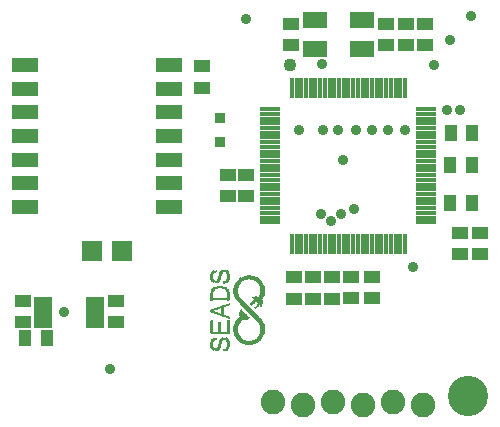
<source format=gts>
G75*
%MOIN*%
%OFA0B0*%
%FSLAX24Y24*%
%IPPOS*%
%LPD*%
%AMOC8*
5,1,8,0,0,1.08239X$1,22.5*
%
%ADD10C,0.1340*%
%ADD11R,0.0011X0.0069*%
%ADD12R,0.0011X0.0080*%
%ADD13R,0.0011X0.0218*%
%ADD14R,0.0011X0.0310*%
%ADD15R,0.0011X0.0380*%
%ADD16R,0.0012X0.0425*%
%ADD17R,0.0011X0.0471*%
%ADD18R,0.0011X0.0517*%
%ADD19R,0.0011X0.0092*%
%ADD20R,0.0011X0.0563*%
%ADD21R,0.0011X0.0161*%
%ADD22R,0.0011X0.0586*%
%ADD23R,0.0011X0.0782*%
%ADD24R,0.0012X0.0816*%
%ADD25R,0.0011X0.0655*%
%ADD26R,0.0011X0.0851*%
%ADD27R,0.0011X0.0678*%
%ADD28R,0.0011X0.0862*%
%ADD29R,0.0011X0.0288*%
%ADD30R,0.0011X0.0448*%
%ADD31R,0.0011X0.0241*%
%ADD32R,0.0011X0.0253*%
%ADD33R,0.0011X0.0391*%
%ADD34R,0.0012X0.0230*%
%ADD35R,0.0012X0.0345*%
%ADD36R,0.0011X0.0207*%
%ADD37R,0.0011X0.0207*%
%ADD38R,0.0011X0.0299*%
%ADD39R,0.0011X0.0195*%
%ADD40R,0.0011X0.0184*%
%ADD41R,0.0012X0.0173*%
%ADD42R,0.0012X0.0195*%
%ADD43R,0.0012X0.0322*%
%ADD44R,0.0012X0.0184*%
%ADD45R,0.0011X0.0173*%
%ADD46R,0.0011X0.0230*%
%ADD47R,0.0011X0.0184*%
%ADD48R,0.0011X0.0092*%
%ADD49R,0.0012X0.0161*%
%ADD50R,0.0012X0.0092*%
%ADD51R,0.0011X0.0149*%
%ADD52R,0.0011X0.0150*%
%ADD53R,0.0011X0.0069*%
%ADD54R,0.0011X0.0046*%
%ADD55R,0.0012X0.0149*%
%ADD56R,0.0012X0.0023*%
%ADD57R,0.0012X0.0138*%
%ADD58R,0.0011X0.0138*%
%ADD59R,0.0011X0.0103*%
%ADD60R,0.0011X0.0057*%
%ADD61R,0.0011X0.0035*%
%ADD62R,0.0012X0.0103*%
%ADD63R,0.0012X0.0011*%
%ADD64R,0.0012X0.0127*%
%ADD65R,0.0012X0.0057*%
%ADD66R,0.0011X0.0127*%
%ADD67R,0.0011X0.0011*%
%ADD68R,0.0011X0.0023*%
%ADD69R,0.0012X0.0092*%
%ADD70R,0.0011X0.0115*%
%ADD71R,0.0011X0.0126*%
%ADD72R,0.0012X0.0126*%
%ADD73R,0.0011X0.0265*%
%ADD74R,0.0012X0.0150*%
%ADD75R,0.0012X0.0276*%
%ADD76R,0.0011X0.0322*%
%ADD77R,0.0011X0.0345*%
%ADD78R,0.0011X0.0368*%
%ADD79R,0.0012X0.0368*%
%ADD80R,0.0011X0.0379*%
%ADD81R,0.0012X0.0207*%
%ADD82R,0.0012X0.0207*%
%ADD83R,0.0012X0.0678*%
%ADD84R,0.0011X0.0621*%
%ADD85R,0.0011X0.0552*%
%ADD86R,0.0011X0.0552*%
%ADD87R,0.0012X0.0517*%
%ADD88R,0.0011X0.0425*%
%ADD89R,0.0012X0.0218*%
%ADD90R,0.0011X0.0437*%
%ADD91R,0.0012X0.0437*%
%ADD92R,0.0012X0.0080*%
%ADD93R,0.0012X0.0333*%
%ADD94R,0.0011X0.0356*%
%ADD95R,0.0011X0.0403*%
%ADD96R,0.0012X0.0115*%
%ADD97R,0.0012X0.0069*%
%ADD98R,0.0012X0.0391*%
%ADD99R,0.0011X0.0264*%
%ADD100R,0.0012X0.0288*%
%ADD101R,0.0012X0.0403*%
%ADD102R,0.0011X0.0299*%
%ADD103R,0.0011X0.0276*%
%ADD104R,0.0012X0.0069*%
%ADD105R,0.0011X0.0414*%
%ADD106R,0.0011X0.0333*%
%ADD107R,0.0011X0.0322*%
%ADD108R,0.0170X0.0660*%
%ADD109R,0.0660X0.0170*%
%ADD110R,0.0552X0.0395*%
%ADD111R,0.0395X0.0552*%
%ADD112C,0.0820*%
%ADD113C,0.0434*%
%ADD114C,0.0356*%
%ADD115R,0.0789X0.0552*%
%ADD116R,0.0620X0.0260*%
%ADD117R,0.0867X0.0474*%
%ADD118C,0.0360*%
%ADD119R,0.0671X0.0671*%
%ADD120R,0.0360X0.0360*%
D10*
X017272Y001341D03*
D11*
X010518Y003549D03*
X009138Y002859D03*
X008873Y003227D03*
X008839Y004124D03*
X008827Y004216D03*
X008896Y004239D03*
X008931Y004250D03*
X008965Y004262D03*
X009138Y005124D03*
X009172Y005124D03*
D12*
X009161Y005118D03*
X009184Y005130D03*
X009195Y005130D03*
X009138Y004946D03*
X009126Y004946D03*
X009103Y004957D03*
X009080Y004957D03*
X009069Y004957D03*
X009057Y004957D03*
X009046Y004957D03*
X009023Y004957D03*
X009011Y004957D03*
X009000Y004957D03*
X008988Y004957D03*
X008965Y004957D03*
X008954Y004957D03*
X008908Y004946D03*
X008885Y004934D03*
X008885Y005141D03*
X008896Y005141D03*
X008873Y005141D03*
X008850Y005153D03*
X008839Y005153D03*
X008827Y005475D03*
X008850Y005486D03*
X008873Y005486D03*
X008885Y005486D03*
X009126Y005498D03*
X009138Y005498D03*
X009195Y005498D03*
X009218Y005498D03*
X009172Y004934D03*
X009161Y004934D03*
X009195Y004923D03*
X009195Y004555D03*
X009184Y004555D03*
X009172Y004555D03*
X009161Y004555D03*
X009138Y004555D03*
X009126Y004555D03*
X009115Y004555D03*
X009103Y004555D03*
X009080Y004555D03*
X009069Y004555D03*
X009057Y004555D03*
X009046Y004555D03*
X009023Y004555D03*
X009011Y004555D03*
X009000Y004555D03*
X008988Y004555D03*
X008965Y004555D03*
X008954Y004555D03*
X008942Y004555D03*
X008931Y004555D03*
X008908Y004555D03*
X008896Y004555D03*
X008885Y004555D03*
X008873Y004555D03*
X008850Y004555D03*
X008839Y004555D03*
X008827Y004555D03*
X008816Y004555D03*
X008908Y004244D03*
X008885Y004233D03*
X008873Y004233D03*
X008850Y004221D03*
X008839Y004221D03*
X008827Y004129D03*
X008850Y004118D03*
X008873Y004106D03*
X008885Y004106D03*
X008896Y004106D03*
X008908Y004095D03*
X008931Y004095D03*
X008942Y004083D03*
X008954Y004083D03*
X008965Y004083D03*
X008988Y004072D03*
X009000Y004060D03*
X009011Y004060D03*
X009023Y004060D03*
X009046Y004049D03*
X009057Y004049D03*
X009069Y004037D03*
X009080Y004037D03*
X009172Y004003D03*
X009184Y004003D03*
X009195Y003991D03*
X009218Y003991D03*
X009230Y003980D03*
X009241Y003980D03*
X009276Y003968D03*
X009299Y003957D03*
X009310Y003957D03*
X009333Y003945D03*
X009161Y004325D03*
X009172Y004336D03*
X009184Y004336D03*
X009195Y004336D03*
X009218Y004348D03*
X009241Y004359D03*
X009253Y004359D03*
X009276Y004371D03*
X009287Y004371D03*
X009310Y004382D03*
X009253Y004555D03*
X009241Y004555D03*
X009230Y004555D03*
X009218Y004555D03*
X009080Y004302D03*
X009069Y004302D03*
X009057Y004290D03*
X009046Y004290D03*
X009023Y004279D03*
X009011Y004279D03*
X009000Y004279D03*
X008988Y004267D03*
X008954Y004256D03*
X008942Y004256D03*
X008724Y004175D03*
X008816Y003451D03*
X008827Y003451D03*
X008839Y003451D03*
X008850Y003451D03*
X008873Y003451D03*
X008885Y003451D03*
X008896Y003451D03*
X008908Y003451D03*
X008931Y003451D03*
X008942Y003451D03*
X008954Y003451D03*
X008965Y003451D03*
X009069Y003451D03*
X009080Y003451D03*
X009103Y003451D03*
X009115Y003451D03*
X009126Y003451D03*
X009138Y003451D03*
X009161Y003451D03*
X009172Y003451D03*
X009184Y003451D03*
X009195Y003451D03*
X009218Y003451D03*
X009230Y003451D03*
X009241Y003451D03*
X009253Y003451D03*
X009195Y003244D03*
X009184Y003244D03*
X009172Y003244D03*
X009161Y003244D03*
X009218Y003232D03*
X008896Y003232D03*
X008885Y003232D03*
X008850Y003221D03*
X008850Y002887D03*
X008839Y002887D03*
X008873Y002887D03*
X009161Y002864D03*
X009172Y002864D03*
X009184Y002864D03*
X009195Y002864D03*
X009218Y002876D03*
X009966Y003934D03*
X010081Y004417D03*
X010161Y004589D03*
X010518Y004842D03*
D13*
X010506Y004842D03*
X010345Y005118D03*
X010276Y004543D03*
X009655Y004566D03*
X009655Y005118D03*
X009333Y005314D03*
X008988Y005245D03*
X009851Y003980D03*
X009655Y003830D03*
X009655Y003278D03*
X008988Y002979D03*
X010345Y003278D03*
X010506Y003554D03*
X010345Y003830D03*
D14*
X010495Y003554D03*
X010311Y004486D03*
X010345Y004520D03*
X010495Y004842D03*
X009506Y004842D03*
X009310Y005314D03*
X008758Y005314D03*
D15*
X008770Y004704D03*
X009299Y004704D03*
X010483Y004842D03*
X010483Y003554D03*
D16*
X010472Y003554D03*
X010472Y004842D03*
D17*
X010460Y004842D03*
X009540Y004842D03*
X009540Y003554D03*
X010460Y003554D03*
D18*
X010449Y003554D03*
X010449Y004842D03*
D19*
X010449Y004457D03*
X010288Y004354D03*
X010276Y004342D03*
X010265Y004331D03*
X010230Y004296D03*
X010219Y004285D03*
X009333Y004388D03*
X009230Y004354D03*
X009161Y004009D03*
X008735Y004170D03*
X008850Y004917D03*
X008873Y004929D03*
X008908Y005147D03*
X008827Y005159D03*
X008839Y005481D03*
X009115Y005492D03*
X009161Y005504D03*
X009172Y005504D03*
X009184Y005504D03*
X009230Y005492D03*
X009241Y005481D03*
X009230Y005147D03*
X009218Y005136D03*
X009184Y004929D03*
X009218Y004906D03*
X009138Y003238D03*
X009126Y003238D03*
X008816Y003204D03*
X008816Y002905D03*
X008827Y002893D03*
X008931Y002893D03*
D20*
X010437Y003554D03*
X010437Y004842D03*
D21*
X010207Y004561D03*
X010437Y004457D03*
X009908Y003951D03*
X009736Y003192D03*
X009747Y003181D03*
X009759Y003169D03*
X009770Y003169D03*
X010219Y003158D03*
X010230Y003169D03*
X010253Y003181D03*
X010265Y003192D03*
X009276Y003169D03*
X009276Y002939D03*
X008816Y004170D03*
X009276Y005205D03*
X009736Y005205D03*
X009747Y005216D03*
X009759Y005216D03*
X009770Y005228D03*
X009793Y005239D03*
X010230Y005228D03*
X010253Y005216D03*
X010265Y005205D03*
D22*
X009575Y004842D03*
X009575Y003554D03*
X010414Y003554D03*
X010426Y003554D03*
D23*
X010426Y004745D03*
D24*
X010414Y004739D03*
D25*
X009598Y004842D03*
X009598Y003554D03*
X010403Y003554D03*
D26*
X010403Y004745D03*
D27*
X010391Y003554D03*
D28*
X010391Y004750D03*
D29*
X010380Y005049D03*
X009621Y004635D03*
X010380Y003761D03*
X010380Y003347D03*
X009621Y003347D03*
X009023Y003060D03*
X009011Y003037D03*
D30*
X010380Y004555D03*
D31*
X009816Y004003D03*
X010368Y003313D03*
X008735Y005314D03*
D32*
X009000Y005274D03*
X009632Y005078D03*
X009632Y004607D03*
X009805Y004009D03*
X009632Y003790D03*
X009632Y003319D03*
X009000Y003008D03*
X008735Y003054D03*
X010368Y003790D03*
X010368Y005078D03*
D33*
X010368Y004538D03*
X009287Y004710D03*
X008781Y004710D03*
X009138Y004170D03*
D34*
X009839Y003986D03*
X010357Y003813D03*
X010357Y003296D03*
X010357Y005101D03*
D35*
X010357Y004526D03*
X009092Y004170D03*
X008747Y004687D03*
D36*
X010334Y005136D03*
X010334Y003261D03*
D37*
X010334Y003848D03*
X009862Y003974D03*
X009678Y003859D03*
X010265Y004549D03*
D38*
X010322Y004492D03*
X010334Y004503D03*
X009770Y004020D03*
X009621Y003756D03*
X009506Y003549D03*
X009333Y004664D03*
X009621Y005044D03*
D39*
X009678Y005153D03*
X009678Y004532D03*
X009690Y004520D03*
X009805Y004394D03*
X009816Y004382D03*
X009828Y004371D03*
X009851Y004348D03*
X009862Y004336D03*
X009874Y004325D03*
X009885Y004313D03*
X009908Y004290D03*
X009920Y004279D03*
X009931Y004267D03*
X009943Y004256D03*
X009966Y004233D03*
X009977Y004221D03*
X009989Y004210D03*
X010000Y004198D03*
X010023Y004175D03*
X010035Y004164D03*
X010046Y004152D03*
X010058Y004141D03*
X010081Y004118D03*
X009874Y003968D03*
X009690Y003876D03*
X010311Y003876D03*
X010322Y003865D03*
X010322Y003244D03*
X010311Y003232D03*
X009690Y003232D03*
X009678Y003244D03*
X008724Y003048D03*
X010253Y004555D03*
X010322Y005153D03*
X008724Y005314D03*
D40*
X009690Y005159D03*
X009701Y005170D03*
X010311Y005159D03*
X010173Y004538D03*
X009793Y004411D03*
X009770Y004434D03*
X009759Y004446D03*
X009736Y004469D03*
X009713Y004492D03*
X009701Y004503D03*
X010092Y004101D03*
X010104Y004089D03*
X010115Y004078D03*
X010150Y004043D03*
X010161Y004032D03*
X010173Y004020D03*
X010207Y003986D03*
X010219Y003974D03*
X010230Y003963D03*
X010265Y003928D03*
X010276Y003917D03*
X010288Y003905D03*
X009885Y003963D03*
X009069Y003169D03*
D41*
X009724Y003198D03*
X010299Y003221D03*
X009897Y003957D03*
X010184Y004543D03*
D42*
X009897Y004302D03*
X009954Y004244D03*
X010012Y004187D03*
X010069Y004129D03*
X010299Y003888D03*
X009839Y004359D03*
D43*
X010299Y004480D03*
D44*
X010242Y004561D03*
X009782Y004423D03*
X009724Y004480D03*
X010127Y004066D03*
X010184Y004009D03*
X010242Y003951D03*
X008977Y002951D03*
X008977Y005216D03*
X010299Y005170D03*
D45*
X010288Y005187D03*
X010276Y005199D03*
X009713Y005187D03*
X009276Y005429D03*
X009069Y005429D03*
X010196Y004555D03*
X010230Y004566D03*
X010288Y003209D03*
X010276Y003198D03*
X009713Y003209D03*
X009701Y003221D03*
D46*
X009644Y003296D03*
X009333Y003054D03*
X009057Y003135D03*
X009644Y003813D03*
X009828Y003997D03*
X009644Y004584D03*
X010288Y004538D03*
X009644Y005101D03*
X009057Y005400D03*
D47*
X009747Y004457D03*
X010138Y004055D03*
X010196Y003997D03*
X010253Y003940D03*
D48*
X010253Y004319D03*
X009299Y004377D03*
X009253Y003974D03*
X009287Y003963D03*
X009230Y003227D03*
X009115Y003227D03*
X008839Y003215D03*
X008827Y003215D03*
X008885Y002882D03*
X008896Y002882D03*
X008908Y002882D03*
X009230Y002882D03*
X009115Y004952D03*
X008942Y004952D03*
X008931Y004952D03*
X008896Y004940D03*
X008816Y005170D03*
X008816Y005469D03*
D49*
X009264Y004848D03*
X009724Y005193D03*
X010242Y005216D03*
X010242Y003169D03*
D50*
X009207Y002870D03*
X010242Y004308D03*
X009264Y004365D03*
D51*
X010219Y004566D03*
X010173Y005256D03*
X009828Y005256D03*
X009345Y005314D03*
X009816Y003140D03*
X009851Y003129D03*
D52*
X009805Y003152D03*
X009793Y003152D03*
X010196Y003152D03*
X010207Y003152D03*
X009345Y003048D03*
X008965Y002933D03*
X008965Y005187D03*
X009805Y005245D03*
X010196Y005245D03*
X010207Y005245D03*
X010219Y005233D03*
D53*
X010207Y004285D03*
X008896Y005492D03*
D54*
X010196Y004285D03*
X009989Y003928D03*
D55*
X010184Y003140D03*
X008804Y004175D03*
D56*
X010184Y004285D03*
D57*
X010184Y005251D03*
X010127Y005274D03*
X010069Y005285D03*
X009839Y005262D03*
X009839Y003135D03*
X009897Y003112D03*
X009954Y003100D03*
X010012Y003100D03*
X010127Y003123D03*
D58*
X010138Y003123D03*
X010150Y003123D03*
X010161Y003135D03*
X010173Y003135D03*
X010115Y003112D03*
X010104Y003112D03*
X010092Y003112D03*
X010081Y003112D03*
X010046Y003100D03*
X010035Y003100D03*
X010023Y003100D03*
X010000Y003100D03*
X009989Y003100D03*
X009977Y003100D03*
X009966Y003100D03*
X009920Y003112D03*
X009908Y003112D03*
X009885Y003112D03*
X009874Y003123D03*
X009862Y003123D03*
X009828Y003135D03*
X009080Y003192D03*
X009920Y003951D03*
X009690Y004066D03*
X008793Y004170D03*
X008781Y004170D03*
X009816Y005251D03*
X009851Y005262D03*
X009862Y005274D03*
X009874Y005274D03*
X009885Y005274D03*
X009908Y005285D03*
X009920Y005285D03*
X009931Y005285D03*
X009943Y005285D03*
X010058Y005285D03*
X010081Y005285D03*
X010092Y005285D03*
X010104Y005285D03*
X010115Y005274D03*
X010138Y005274D03*
X010150Y005262D03*
X010161Y005262D03*
X009080Y005458D03*
D59*
X009103Y005486D03*
X009253Y005475D03*
X009253Y005164D03*
X009241Y005153D03*
X008942Y005164D03*
X008931Y005153D03*
X008793Y005187D03*
X008839Y004911D03*
X008827Y004900D03*
X009230Y004900D03*
X009241Y004888D03*
X010092Y004417D03*
X010104Y004428D03*
X010115Y004440D03*
X010138Y004463D03*
X010150Y004474D03*
X010161Y004486D03*
X009241Y003221D03*
X009253Y003209D03*
X009103Y003221D03*
X009253Y002899D03*
X009241Y002887D03*
X008942Y002899D03*
D60*
X009977Y003934D03*
X009678Y004072D03*
X010150Y004589D03*
D61*
X010138Y004589D03*
X010058Y004417D03*
X009483Y004842D03*
X009483Y003554D03*
D62*
X008804Y003198D03*
X008804Y002910D03*
X010127Y004451D03*
X008804Y005176D03*
D63*
X010127Y004589D03*
D64*
X010012Y005291D03*
X009954Y005291D03*
X009264Y005176D03*
X010069Y003106D03*
D65*
X010069Y004417D03*
D66*
X010046Y005291D03*
X010035Y005291D03*
X010023Y005291D03*
X010000Y005291D03*
X009989Y005291D03*
X009977Y005291D03*
X009966Y005291D03*
X009943Y003106D03*
X009931Y003106D03*
X010058Y003106D03*
X008712Y003048D03*
D67*
X010046Y004417D03*
D68*
X010000Y003928D03*
D69*
X009954Y003940D03*
X009322Y003951D03*
X009207Y004917D03*
X008862Y004929D03*
X008919Y005147D03*
X009149Y005504D03*
D70*
X008954Y005170D03*
X008816Y004883D03*
X008758Y004170D03*
X008793Y003181D03*
X008793Y002928D03*
X009943Y003940D03*
D71*
X009931Y003945D03*
X009253Y004877D03*
X008712Y005314D03*
X008793Y005440D03*
X008770Y004175D03*
X008954Y002910D03*
D72*
X009264Y003198D03*
X008804Y004865D03*
X009897Y005279D03*
D73*
X008724Y004647D03*
X009793Y004014D03*
X009046Y003106D03*
D74*
X009782Y003163D03*
X009782Y005233D03*
D75*
X009322Y005320D03*
X009034Y005343D03*
X009782Y004020D03*
X009322Y003054D03*
D76*
X009310Y003054D03*
X008758Y003054D03*
X009759Y004020D03*
D77*
X009747Y004020D03*
X009299Y003054D03*
X008770Y003054D03*
X009299Y005320D03*
D78*
X009287Y005320D03*
X009517Y004837D03*
X008758Y004699D03*
X009103Y004170D03*
X009115Y004170D03*
X009701Y003974D03*
X009736Y004020D03*
X009517Y003549D03*
X009287Y003054D03*
D79*
X009724Y004009D03*
D80*
X009713Y003991D03*
X009126Y004164D03*
D81*
X009667Y003261D03*
X009667Y005136D03*
D82*
X009667Y004549D03*
X009667Y003848D03*
D83*
X009609Y003554D03*
X009609Y004842D03*
D84*
X009586Y004837D03*
X009586Y003549D03*
D85*
X009563Y003549D03*
D86*
X009563Y004837D03*
D87*
X009552Y004842D03*
X009552Y003554D03*
D88*
X009529Y003554D03*
X008724Y003623D03*
X009529Y004842D03*
D89*
X009494Y004842D03*
X009494Y003554D03*
D90*
X009333Y003629D03*
X009310Y003629D03*
X009299Y003629D03*
X009287Y003629D03*
X009276Y003629D03*
X008793Y003629D03*
X008781Y003629D03*
X008770Y003629D03*
X008758Y003629D03*
X008735Y003629D03*
D91*
X008747Y003629D03*
X009322Y003629D03*
D92*
X009264Y003451D03*
X009207Y003451D03*
X009149Y003451D03*
X009092Y003451D03*
X008977Y003451D03*
X008919Y003451D03*
X008862Y003451D03*
X008804Y003451D03*
X008862Y003221D03*
X009149Y003244D03*
X009207Y003232D03*
X008919Y002887D03*
X008862Y002887D03*
X009264Y003968D03*
X009207Y003991D03*
X009034Y004049D03*
X008977Y004072D03*
X008919Y004095D03*
X008862Y004118D03*
X008919Y004244D03*
X008977Y004267D03*
X009034Y004290D03*
X009207Y004348D03*
X009322Y004382D03*
X009264Y004555D03*
X009207Y004555D03*
X009149Y004555D03*
X009092Y004555D03*
X009034Y004555D03*
X008977Y004555D03*
X008919Y004555D03*
X008862Y004555D03*
X008804Y004555D03*
X008919Y004946D03*
X008977Y004957D03*
X009034Y004957D03*
X009092Y004957D03*
X009149Y004946D03*
X009149Y005118D03*
X009207Y005130D03*
X008862Y005141D03*
X008862Y005486D03*
X009207Y005498D03*
D93*
X009322Y004681D03*
D94*
X009310Y004693D03*
X008781Y005314D03*
X008781Y003060D03*
D95*
X008988Y003612D03*
X009000Y003612D03*
X009011Y003612D03*
X009023Y003612D03*
X009046Y003612D03*
X009057Y003612D03*
X009276Y004716D03*
D96*
X008747Y004170D03*
X009092Y003215D03*
X009264Y002916D03*
X009264Y005458D03*
X009092Y005469D03*
X008804Y005458D03*
D97*
X009149Y002859D03*
D98*
X009149Y004170D03*
D99*
X009046Y005371D03*
D100*
X008747Y005314D03*
X009034Y003083D03*
X008747Y003048D03*
D101*
X009034Y003612D03*
D102*
X009023Y005320D03*
D103*
X009011Y005297D03*
D104*
X008862Y004227D03*
D105*
X008793Y004722D03*
D106*
X008770Y005314D03*
D107*
X008735Y004676D03*
D108*
X011404Y006416D03*
X011564Y006416D03*
X011724Y006416D03*
X011874Y006416D03*
X012034Y006416D03*
X012194Y006416D03*
X012354Y006416D03*
X012504Y006416D03*
X012664Y006416D03*
X012824Y006416D03*
X012984Y006416D03*
X013134Y006416D03*
X013294Y006416D03*
X013454Y006416D03*
X013604Y006416D03*
X013764Y006416D03*
X013924Y006416D03*
X014084Y006416D03*
X014234Y006416D03*
X014394Y006416D03*
X014554Y006416D03*
X014714Y006416D03*
X014864Y006416D03*
X015024Y006416D03*
X015184Y006416D03*
X015184Y011616D03*
X015024Y011616D03*
X014864Y011616D03*
X014714Y011616D03*
X014554Y011616D03*
X014394Y011616D03*
X014234Y011616D03*
X014084Y011616D03*
X013924Y011616D03*
X013764Y011616D03*
X013604Y011616D03*
X013454Y011616D03*
X013294Y011616D03*
X013134Y011616D03*
X012984Y011616D03*
X012824Y011616D03*
X012664Y011616D03*
X012504Y011616D03*
X012354Y011616D03*
X012194Y011616D03*
X012034Y011616D03*
X011874Y011616D03*
X011724Y011616D03*
X011564Y011616D03*
X011404Y011616D03*
D109*
X010694Y010906D03*
X010694Y010746D03*
X010694Y010586D03*
X010694Y010436D03*
X010694Y010276D03*
X010694Y010116D03*
X010694Y009956D03*
X010694Y009806D03*
X010694Y009646D03*
X010694Y009486D03*
X010694Y009326D03*
X010694Y009176D03*
X010694Y009016D03*
X010694Y008856D03*
X010694Y008706D03*
X010694Y008546D03*
X010694Y008386D03*
X010694Y008226D03*
X010694Y008076D03*
X010694Y007916D03*
X010694Y007756D03*
X010694Y007596D03*
X010694Y007446D03*
X010694Y007286D03*
X010694Y007126D03*
X015894Y007126D03*
X015894Y007286D03*
X015894Y007446D03*
X015894Y007596D03*
X015894Y007756D03*
X015894Y007916D03*
X015894Y008076D03*
X015894Y008226D03*
X015894Y008386D03*
X015894Y008546D03*
X015894Y008706D03*
X015894Y008856D03*
X015894Y009016D03*
X015894Y009176D03*
X015894Y009326D03*
X015894Y009486D03*
X015894Y009646D03*
X015894Y009806D03*
X015894Y009956D03*
X015894Y010116D03*
X015894Y010276D03*
X015894Y010436D03*
X015894Y010586D03*
X015894Y010746D03*
X015894Y010906D03*
D110*
X015831Y013037D03*
X015200Y013036D03*
X014528Y013034D03*
X014528Y013743D03*
X015200Y013745D03*
X015831Y013746D03*
X011379Y013743D03*
X011379Y013034D03*
X008414Y012325D03*
X008414Y011617D03*
X009264Y008711D03*
X009871Y008712D03*
X009871Y008004D03*
X009264Y008003D03*
X011484Y005287D03*
X012105Y005292D03*
X012739Y005294D03*
X013376Y005303D03*
X014091Y005319D03*
X014091Y004610D03*
X013376Y004594D03*
X012739Y004585D03*
X012105Y004583D03*
X011484Y004578D03*
X017016Y006054D03*
X017670Y006067D03*
X017670Y006776D03*
X017016Y006762D03*
X005556Y004518D03*
X005556Y003810D03*
X002445Y003810D03*
X002445Y004518D03*
D111*
X002524Y003258D03*
X003233Y003258D03*
X016694Y007772D03*
X017403Y007772D03*
X017398Y009026D03*
X016689Y009026D03*
X016704Y010103D03*
X017413Y010103D03*
D112*
X015788Y001052D03*
X014788Y001152D03*
X013788Y001052D03*
X012788Y001152D03*
X011788Y001052D03*
X010788Y001152D03*
D113*
X011328Y012365D03*
D114*
X016129Y012365D03*
D115*
X013741Y012916D03*
X013741Y013861D03*
X012166Y013861D03*
X012166Y012916D03*
D116*
X004841Y004505D03*
X004841Y004255D03*
X004841Y003995D03*
X004841Y003745D03*
X003121Y003745D03*
X003121Y003995D03*
X003121Y004255D03*
X003121Y004505D03*
D117*
X002508Y007640D03*
X002508Y008428D03*
X002508Y009215D03*
X002508Y010003D03*
X002508Y010790D03*
X002508Y011577D03*
X002508Y012365D03*
X007312Y012365D03*
X007312Y011577D03*
X007312Y010790D03*
X007312Y010003D03*
X007312Y009215D03*
X007312Y008428D03*
X007312Y007640D03*
D118*
X011646Y010199D03*
X012441Y010199D03*
X012934Y010199D03*
X013556Y010199D03*
X014087Y010199D03*
X014623Y010199D03*
X015182Y010199D03*
X016587Y010853D03*
X017024Y010853D03*
X016693Y013191D03*
X017363Y014018D03*
X012402Y012404D03*
X009882Y013900D03*
X013095Y009211D03*
X013465Y007562D03*
X013048Y007388D03*
X012717Y007164D03*
X012371Y007408D03*
X015434Y005632D03*
X005347Y002247D03*
X003823Y004125D03*
D119*
X004737Y006160D03*
X005737Y006160D03*
D120*
X005556Y003810D03*
X009882Y008703D03*
X009004Y009806D03*
X009004Y010593D03*
X008414Y011577D03*
X012107Y005302D03*
X014095Y005317D03*
X016693Y007758D03*
X016690Y009034D03*
X016705Y010097D03*
M02*

</source>
